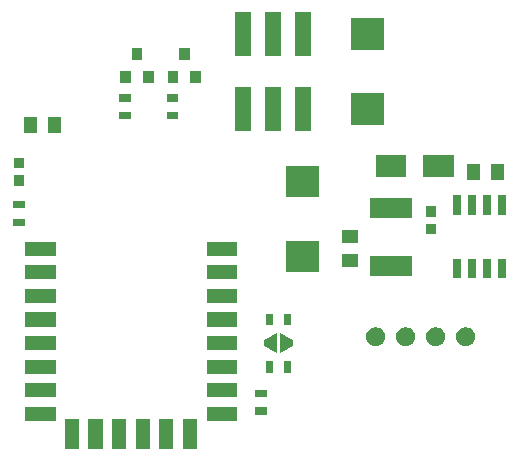
<source format=gbr>
G04 #@! TF.GenerationSoftware,KiCad,Pcbnew,(6.0.0-rc1-dev-557-ge985f797c)*
G04 #@! TF.CreationDate,2018-10-28T11:13:32+01:00*
G04 #@! TF.ProjectId,GIRA ESP8266 Jalousiesteuerung,474952412045535038323636204A616C,1.0*
G04 #@! TF.SameCoordinates,Original*
G04 #@! TF.FileFunction,Soldermask,Top*
G04 #@! TF.FilePolarity,Negative*
%FSLAX46Y46*%
G04 Gerber Fmt 4.6, Leading zero omitted, Abs format (unit mm)*
G04 Created by KiCad (PCBNEW (6.0.0-rc1-dev-557-ge985f797c)) date 10/28/18 11:13:32*
%MOMM*%
%LPD*%
G01*
G04 APERTURE LIST*
%ADD10C,0.100000*%
G04 APERTURE END LIST*
D10*
G36*
X66591000Y-87501000D02*
X65389000Y-87501000D01*
X65389000Y-84899000D01*
X66591000Y-84899000D01*
X66591000Y-87501000D01*
X66591000Y-87501000D01*
G37*
G36*
X64591000Y-87501000D02*
X63389000Y-87501000D01*
X63389000Y-84899000D01*
X64591000Y-84899000D01*
X64591000Y-87501000D01*
X64591000Y-87501000D01*
G37*
G36*
X56591000Y-87501000D02*
X55389000Y-87501000D01*
X55389000Y-84899000D01*
X56591000Y-84899000D01*
X56591000Y-87501000D01*
X56591000Y-87501000D01*
G37*
G36*
X58591000Y-87501000D02*
X57389000Y-87501000D01*
X57389000Y-84899000D01*
X58591000Y-84899000D01*
X58591000Y-87501000D01*
X58591000Y-87501000D01*
G37*
G36*
X62591000Y-87501000D02*
X61389000Y-87501000D01*
X61389000Y-84899000D01*
X62591000Y-84899000D01*
X62591000Y-87501000D01*
X62591000Y-87501000D01*
G37*
G36*
X60591000Y-87501000D02*
X59389000Y-87501000D01*
X59389000Y-84899000D01*
X60591000Y-84899000D01*
X60591000Y-87501000D01*
X60591000Y-87501000D01*
G37*
G36*
X70001000Y-85101000D02*
X67399000Y-85101000D01*
X67399000Y-83899000D01*
X70001000Y-83899000D01*
X70001000Y-85101000D01*
X70001000Y-85101000D01*
G37*
G36*
X54601000Y-85101000D02*
X51999000Y-85101000D01*
X51999000Y-83899000D01*
X54601000Y-83899000D01*
X54601000Y-85101000D01*
X54601000Y-85101000D01*
G37*
G36*
X72501000Y-84551000D02*
X71499000Y-84551000D01*
X71499000Y-83949000D01*
X72501000Y-83949000D01*
X72501000Y-84551000D01*
X72501000Y-84551000D01*
G37*
G36*
X70001000Y-83101000D02*
X67399000Y-83101000D01*
X67399000Y-81899000D01*
X70001000Y-81899000D01*
X70001000Y-83101000D01*
X70001000Y-83101000D01*
G37*
G36*
X54601000Y-83101000D02*
X51999000Y-83101000D01*
X51999000Y-81899000D01*
X54601000Y-81899000D01*
X54601000Y-83101000D01*
X54601000Y-83101000D01*
G37*
G36*
X72501000Y-83051000D02*
X71499000Y-83051000D01*
X71499000Y-82449000D01*
X72501000Y-82449000D01*
X72501000Y-83051000D01*
X72501000Y-83051000D01*
G37*
G36*
X54601000Y-81101000D02*
X51999000Y-81101000D01*
X51999000Y-79899000D01*
X54601000Y-79899000D01*
X54601000Y-81101000D01*
X54601000Y-81101000D01*
G37*
G36*
X70001000Y-81101000D02*
X67399000Y-81101000D01*
X67399000Y-79899000D01*
X70001000Y-79899000D01*
X70001000Y-81101000D01*
X70001000Y-81101000D01*
G37*
G36*
X74551000Y-81001000D02*
X73949000Y-81001000D01*
X73949000Y-79999000D01*
X74551000Y-79999000D01*
X74551000Y-81001000D01*
X74551000Y-81001000D01*
G37*
G36*
X73051000Y-81001000D02*
X72449000Y-81001000D01*
X72449000Y-79999000D01*
X73051000Y-79999000D01*
X73051000Y-81001000D01*
X73051000Y-81001000D01*
G37*
G36*
X73351000Y-79332520D02*
X72249000Y-78781520D01*
X72249000Y-78218480D01*
X73351000Y-77667480D01*
X73351000Y-79332520D01*
X73351000Y-79332520D01*
G37*
G36*
X74751000Y-78218480D02*
X74751000Y-78781520D01*
X73649000Y-79332520D01*
X73649000Y-77667480D01*
X74751000Y-78218480D01*
X74751000Y-78218480D01*
G37*
G36*
X70001000Y-79101000D02*
X67399000Y-79101000D01*
X67399000Y-77899000D01*
X70001000Y-77899000D01*
X70001000Y-79101000D01*
X70001000Y-79101000D01*
G37*
G36*
X54601000Y-79101000D02*
X51999000Y-79101000D01*
X51999000Y-77899000D01*
X54601000Y-77899000D01*
X54601000Y-79101000D01*
X54601000Y-79101000D01*
G37*
G36*
X89553643Y-77179781D02*
X89699415Y-77240162D01*
X89830611Y-77327824D01*
X89942176Y-77439389D01*
X90029838Y-77570585D01*
X90090219Y-77716357D01*
X90121000Y-77871107D01*
X90121000Y-78028893D01*
X90090219Y-78183643D01*
X90029838Y-78329415D01*
X89942176Y-78460611D01*
X89830611Y-78572176D01*
X89699415Y-78659838D01*
X89553643Y-78720219D01*
X89398893Y-78751000D01*
X89241107Y-78751000D01*
X89086357Y-78720219D01*
X88940585Y-78659838D01*
X88809389Y-78572176D01*
X88697824Y-78460611D01*
X88610162Y-78329415D01*
X88549781Y-78183643D01*
X88519000Y-78028893D01*
X88519000Y-77871107D01*
X88549781Y-77716357D01*
X88610162Y-77570585D01*
X88697824Y-77439389D01*
X88809389Y-77327824D01*
X88940585Y-77240162D01*
X89086357Y-77179781D01*
X89241107Y-77149000D01*
X89398893Y-77149000D01*
X89553643Y-77179781D01*
X89553643Y-77179781D01*
G37*
G36*
X87013643Y-77179781D02*
X87159415Y-77240162D01*
X87290611Y-77327824D01*
X87402176Y-77439389D01*
X87489838Y-77570585D01*
X87550219Y-77716357D01*
X87581000Y-77871107D01*
X87581000Y-78028893D01*
X87550219Y-78183643D01*
X87489838Y-78329415D01*
X87402176Y-78460611D01*
X87290611Y-78572176D01*
X87159415Y-78659838D01*
X87013643Y-78720219D01*
X86858893Y-78751000D01*
X86701107Y-78751000D01*
X86546357Y-78720219D01*
X86400585Y-78659838D01*
X86269389Y-78572176D01*
X86157824Y-78460611D01*
X86070162Y-78329415D01*
X86009781Y-78183643D01*
X85979000Y-78028893D01*
X85979000Y-77871107D01*
X86009781Y-77716357D01*
X86070162Y-77570585D01*
X86157824Y-77439389D01*
X86269389Y-77327824D01*
X86400585Y-77240162D01*
X86546357Y-77179781D01*
X86701107Y-77149000D01*
X86858893Y-77149000D01*
X87013643Y-77179781D01*
X87013643Y-77179781D01*
G37*
G36*
X81933643Y-77179781D02*
X82079415Y-77240162D01*
X82210611Y-77327824D01*
X82322176Y-77439389D01*
X82409838Y-77570585D01*
X82470219Y-77716357D01*
X82501000Y-77871107D01*
X82501000Y-78028893D01*
X82470219Y-78183643D01*
X82409838Y-78329415D01*
X82322176Y-78460611D01*
X82210611Y-78572176D01*
X82079415Y-78659838D01*
X81933643Y-78720219D01*
X81778893Y-78751000D01*
X81621107Y-78751000D01*
X81466357Y-78720219D01*
X81320585Y-78659838D01*
X81189389Y-78572176D01*
X81077824Y-78460611D01*
X80990162Y-78329415D01*
X80929781Y-78183643D01*
X80899000Y-78028893D01*
X80899000Y-77871107D01*
X80929781Y-77716357D01*
X80990162Y-77570585D01*
X81077824Y-77439389D01*
X81189389Y-77327824D01*
X81320585Y-77240162D01*
X81466357Y-77179781D01*
X81621107Y-77149000D01*
X81778893Y-77149000D01*
X81933643Y-77179781D01*
X81933643Y-77179781D01*
G37*
G36*
X84473643Y-77179781D02*
X84619415Y-77240162D01*
X84750611Y-77327824D01*
X84862176Y-77439389D01*
X84949838Y-77570585D01*
X85010219Y-77716357D01*
X85041000Y-77871107D01*
X85041000Y-78028893D01*
X85010219Y-78183643D01*
X84949838Y-78329415D01*
X84862176Y-78460611D01*
X84750611Y-78572176D01*
X84619415Y-78659838D01*
X84473643Y-78720219D01*
X84318893Y-78751000D01*
X84161107Y-78751000D01*
X84006357Y-78720219D01*
X83860585Y-78659838D01*
X83729389Y-78572176D01*
X83617824Y-78460611D01*
X83530162Y-78329415D01*
X83469781Y-78183643D01*
X83439000Y-78028893D01*
X83439000Y-77871107D01*
X83469781Y-77716357D01*
X83530162Y-77570585D01*
X83617824Y-77439389D01*
X83729389Y-77327824D01*
X83860585Y-77240162D01*
X84006357Y-77179781D01*
X84161107Y-77149000D01*
X84318893Y-77149000D01*
X84473643Y-77179781D01*
X84473643Y-77179781D01*
G37*
G36*
X54601000Y-77101000D02*
X51999000Y-77101000D01*
X51999000Y-75899000D01*
X54601000Y-75899000D01*
X54601000Y-77101000D01*
X54601000Y-77101000D01*
G37*
G36*
X70001000Y-77101000D02*
X67399000Y-77101000D01*
X67399000Y-75899000D01*
X70001000Y-75899000D01*
X70001000Y-77101000D01*
X70001000Y-77101000D01*
G37*
G36*
X73051000Y-77001000D02*
X72449000Y-77001000D01*
X72449000Y-75999000D01*
X73051000Y-75999000D01*
X73051000Y-77001000D01*
X73051000Y-77001000D01*
G37*
G36*
X74551000Y-77001000D02*
X73949000Y-77001000D01*
X73949000Y-75999000D01*
X74551000Y-75999000D01*
X74551000Y-77001000D01*
X74551000Y-77001000D01*
G37*
G36*
X54601000Y-75101000D02*
X51999000Y-75101000D01*
X51999000Y-73899000D01*
X54601000Y-73899000D01*
X54601000Y-75101000D01*
X54601000Y-75101000D01*
G37*
G36*
X70001000Y-75101000D02*
X67399000Y-75101000D01*
X67399000Y-73899000D01*
X70001000Y-73899000D01*
X70001000Y-75101000D01*
X70001000Y-75101000D01*
G37*
G36*
X54601000Y-73101000D02*
X51999000Y-73101000D01*
X51999000Y-71899000D01*
X54601000Y-71899000D01*
X54601000Y-73101000D01*
X54601000Y-73101000D01*
G37*
G36*
X70001000Y-73101000D02*
X67399000Y-73101000D01*
X67399000Y-71899000D01*
X70001000Y-71899000D01*
X70001000Y-73101000D01*
X70001000Y-73101000D01*
G37*
G36*
X92756000Y-73026000D02*
X92054000Y-73026000D01*
X92054000Y-71374000D01*
X92756000Y-71374000D01*
X92756000Y-73026000D01*
X92756000Y-73026000D01*
G37*
G36*
X91486000Y-73026000D02*
X90784000Y-73026000D01*
X90784000Y-71374000D01*
X91486000Y-71374000D01*
X91486000Y-73026000D01*
X91486000Y-73026000D01*
G37*
G36*
X90216000Y-73026000D02*
X89514000Y-73026000D01*
X89514000Y-71374000D01*
X90216000Y-71374000D01*
X90216000Y-73026000D01*
X90216000Y-73026000D01*
G37*
G36*
X88946000Y-73026000D02*
X88244000Y-73026000D01*
X88244000Y-71374000D01*
X88946000Y-71374000D01*
X88946000Y-73026000D01*
X88946000Y-73026000D01*
G37*
G36*
X84801000Y-72791000D02*
X81199000Y-72791000D01*
X81199000Y-71089000D01*
X84801000Y-71089000D01*
X84801000Y-72791000D01*
X84801000Y-72791000D01*
G37*
G36*
X76901000Y-72501000D02*
X74099000Y-72501000D01*
X74099000Y-69849000D01*
X76901000Y-69849000D01*
X76901000Y-72501000D01*
X76901000Y-72501000D01*
G37*
G36*
X80176000Y-72051000D02*
X78824000Y-72051000D01*
X78824000Y-70949000D01*
X80176000Y-70949000D01*
X80176000Y-72051000D01*
X80176000Y-72051000D01*
G37*
G36*
X70001000Y-71101000D02*
X67399000Y-71101000D01*
X67399000Y-69899000D01*
X70001000Y-69899000D01*
X70001000Y-71101000D01*
X70001000Y-71101000D01*
G37*
G36*
X54601000Y-71101000D02*
X51999000Y-71101000D01*
X51999000Y-69899000D01*
X54601000Y-69899000D01*
X54601000Y-71101000D01*
X54601000Y-71101000D01*
G37*
G36*
X80176000Y-70051000D02*
X78824000Y-70051000D01*
X78824000Y-68949000D01*
X80176000Y-68949000D01*
X80176000Y-70051000D01*
X80176000Y-70051000D01*
G37*
G36*
X86826000Y-69301000D02*
X85974000Y-69301000D01*
X85974000Y-68399000D01*
X86826000Y-68399000D01*
X86826000Y-69301000D01*
X86826000Y-69301000D01*
G37*
G36*
X52001000Y-68551000D02*
X50999000Y-68551000D01*
X50999000Y-67949000D01*
X52001000Y-67949000D01*
X52001000Y-68551000D01*
X52001000Y-68551000D01*
G37*
G36*
X84801000Y-67911000D02*
X81199000Y-67911000D01*
X81199000Y-66209000D01*
X84801000Y-66209000D01*
X84801000Y-67911000D01*
X84801000Y-67911000D01*
G37*
G36*
X86826000Y-67801000D02*
X85974000Y-67801000D01*
X85974000Y-66899000D01*
X86826000Y-66899000D01*
X86826000Y-67801000D01*
X86826000Y-67801000D01*
G37*
G36*
X88946000Y-67626000D02*
X88244000Y-67626000D01*
X88244000Y-65974000D01*
X88946000Y-65974000D01*
X88946000Y-67626000D01*
X88946000Y-67626000D01*
G37*
G36*
X90216000Y-67626000D02*
X89514000Y-67626000D01*
X89514000Y-65974000D01*
X90216000Y-65974000D01*
X90216000Y-67626000D01*
X90216000Y-67626000D01*
G37*
G36*
X91486000Y-67626000D02*
X90784000Y-67626000D01*
X90784000Y-65974000D01*
X91486000Y-65974000D01*
X91486000Y-67626000D01*
X91486000Y-67626000D01*
G37*
G36*
X92756000Y-67626000D02*
X92054000Y-67626000D01*
X92054000Y-65974000D01*
X92756000Y-65974000D01*
X92756000Y-67626000D01*
X92756000Y-67626000D01*
G37*
G36*
X52001000Y-67051000D02*
X50999000Y-67051000D01*
X50999000Y-66449000D01*
X52001000Y-66449000D01*
X52001000Y-67051000D01*
X52001000Y-67051000D01*
G37*
G36*
X76901000Y-66151000D02*
X74099000Y-66151000D01*
X74099000Y-63499000D01*
X76901000Y-63499000D01*
X76901000Y-66151000D01*
X76901000Y-66151000D01*
G37*
G36*
X51926000Y-65201000D02*
X51074000Y-65201000D01*
X51074000Y-64299000D01*
X51926000Y-64299000D01*
X51926000Y-65201000D01*
X51926000Y-65201000D01*
G37*
G36*
X92551000Y-64676000D02*
X91449000Y-64676000D01*
X91449000Y-63324000D01*
X92551000Y-63324000D01*
X92551000Y-64676000D01*
X92551000Y-64676000D01*
G37*
G36*
X90551000Y-64676000D02*
X89449000Y-64676000D01*
X89449000Y-63324000D01*
X90551000Y-63324000D01*
X90551000Y-64676000D01*
X90551000Y-64676000D01*
G37*
G36*
X84301000Y-64451000D02*
X81699000Y-64451000D01*
X81699000Y-62549000D01*
X84301000Y-62549000D01*
X84301000Y-64451000D01*
X84301000Y-64451000D01*
G37*
G36*
X88301000Y-64451000D02*
X85699000Y-64451000D01*
X85699000Y-62549000D01*
X88301000Y-62549000D01*
X88301000Y-64451000D01*
X88301000Y-64451000D01*
G37*
G36*
X51926000Y-63701000D02*
X51074000Y-63701000D01*
X51074000Y-62799000D01*
X51926000Y-62799000D01*
X51926000Y-63701000D01*
X51926000Y-63701000D01*
G37*
G36*
X55051000Y-60676000D02*
X53949000Y-60676000D01*
X53949000Y-59324000D01*
X55051000Y-59324000D01*
X55051000Y-60676000D01*
X55051000Y-60676000D01*
G37*
G36*
X53051000Y-60676000D02*
X51949000Y-60676000D01*
X51949000Y-59324000D01*
X53051000Y-59324000D01*
X53051000Y-60676000D01*
X53051000Y-60676000D01*
G37*
G36*
X71146000Y-60551000D02*
X69774000Y-60551000D01*
X69774000Y-56849000D01*
X71146000Y-56849000D01*
X71146000Y-60551000D01*
X71146000Y-60551000D01*
G37*
G36*
X73686000Y-60551000D02*
X72314000Y-60551000D01*
X72314000Y-56849000D01*
X73686000Y-56849000D01*
X73686000Y-60551000D01*
X73686000Y-60551000D01*
G37*
G36*
X76226000Y-60551000D02*
X74854000Y-60551000D01*
X74854000Y-56849000D01*
X76226000Y-56849000D01*
X76226000Y-60551000D01*
X76226000Y-60551000D01*
G37*
G36*
X82401000Y-60001000D02*
X79599000Y-60001000D01*
X79599000Y-57349000D01*
X82401000Y-57349000D01*
X82401000Y-60001000D01*
X82401000Y-60001000D01*
G37*
G36*
X65001000Y-59551000D02*
X63999000Y-59551000D01*
X63999000Y-58949000D01*
X65001000Y-58949000D01*
X65001000Y-59551000D01*
X65001000Y-59551000D01*
G37*
G36*
X61001000Y-59551000D02*
X59999000Y-59551000D01*
X59999000Y-58949000D01*
X61001000Y-58949000D01*
X61001000Y-59551000D01*
X61001000Y-59551000D01*
G37*
G36*
X65001000Y-58051000D02*
X63999000Y-58051000D01*
X63999000Y-57449000D01*
X65001000Y-57449000D01*
X65001000Y-58051000D01*
X65001000Y-58051000D01*
G37*
G36*
X61001000Y-58051000D02*
X59999000Y-58051000D01*
X59999000Y-57449000D01*
X61001000Y-57449000D01*
X61001000Y-58051000D01*
X61001000Y-58051000D01*
G37*
G36*
X61001000Y-56501000D02*
X60099000Y-56501000D01*
X60099000Y-55499000D01*
X61001000Y-55499000D01*
X61001000Y-56501000D01*
X61001000Y-56501000D01*
G37*
G36*
X66901000Y-56501000D02*
X65999000Y-56501000D01*
X65999000Y-55499000D01*
X66901000Y-55499000D01*
X66901000Y-56501000D01*
X66901000Y-56501000D01*
G37*
G36*
X65001000Y-56501000D02*
X64099000Y-56501000D01*
X64099000Y-55499000D01*
X65001000Y-55499000D01*
X65001000Y-56501000D01*
X65001000Y-56501000D01*
G37*
G36*
X62901000Y-56501000D02*
X61999000Y-56501000D01*
X61999000Y-55499000D01*
X62901000Y-55499000D01*
X62901000Y-56501000D01*
X62901000Y-56501000D01*
G37*
G36*
X61951000Y-54501000D02*
X61049000Y-54501000D01*
X61049000Y-53499000D01*
X61951000Y-53499000D01*
X61951000Y-54501000D01*
X61951000Y-54501000D01*
G37*
G36*
X65951000Y-54501000D02*
X65049000Y-54501000D01*
X65049000Y-53499000D01*
X65951000Y-53499000D01*
X65951000Y-54501000D01*
X65951000Y-54501000D01*
G37*
G36*
X71146000Y-54151000D02*
X69774000Y-54151000D01*
X69774000Y-50449000D01*
X71146000Y-50449000D01*
X71146000Y-54151000D01*
X71146000Y-54151000D01*
G37*
G36*
X73686000Y-54151000D02*
X72314000Y-54151000D01*
X72314000Y-50449000D01*
X73686000Y-50449000D01*
X73686000Y-54151000D01*
X73686000Y-54151000D01*
G37*
G36*
X76226000Y-54151000D02*
X74854000Y-54151000D01*
X74854000Y-50449000D01*
X76226000Y-50449000D01*
X76226000Y-54151000D01*
X76226000Y-54151000D01*
G37*
G36*
X82401000Y-53651000D02*
X79599000Y-53651000D01*
X79599000Y-50999000D01*
X82401000Y-50999000D01*
X82401000Y-53651000D01*
X82401000Y-53651000D01*
G37*
M02*

</source>
